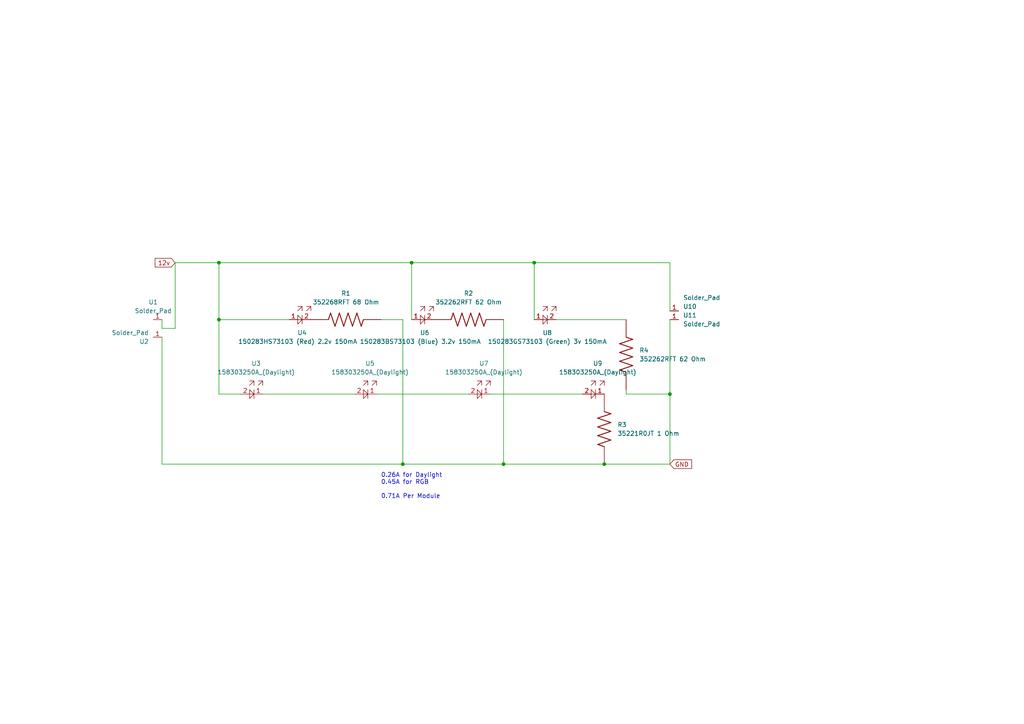
<source format=kicad_sch>
(kicad_sch (version 20211123) (generator eeschema)
  (paper "A4")
  (lib_symbols
    (symbol "35221R0JT:35221R0JT" (pin_numbers hide) (pin_names (offset 1.016) hide)
      (property "Reference" "R" (at -7.62 2.54 0))
      (property "Value" "35221R0JT" (at -7.62 -5.08 0))
      (symbol "35221R0JT_0_0"
        (polyline (pts (xy -5.08 0) (xy -4.445 1.905)) (stroke (width 0.254)))
        (polyline (pts (xy -4.445 1.905) (xy -3.175 -1.905)) (stroke (width 0.254)))
        (polyline (pts (xy -3.175 -1.905) (xy -1.905 1.905)) (stroke (width 0.254)))
        (polyline (pts (xy -1.905 1.905) (xy -0.635 -1.905)) (stroke (width 0.254)))
        (polyline (pts (xy -0.635 -1.905) (xy 0.635 1.905)) (stroke (width 0.254)))
        (polyline (pts (xy 0.635 1.905) (xy 1.905 -1.905)) (stroke (width 0.254)))
        (polyline (pts (xy 1.905 -1.905) (xy 3.175 1.905)) (stroke (width 0.254)))
        (polyline (pts (xy 3.175 1.905) (xy 4.445 -1.905)) (stroke (width 0.254)))
        (polyline (pts (xy 4.445 -1.905) (xy 5.08 0)) (stroke (width 0.254)))
        (pin passive line (at -10.16 0 0) (length 5.08) (name "~") (number "1"))
        (pin passive line (at 10.16 0 180) (length 5.08) (name "~") (number "2"))
      )
    )
    (symbol "352262RFT:352262RFT" (pin_numbers hide) (pin_names (offset 1.016) hide)
      (property "Reference" "R" (at -7.62 2.54 0))
      (property "Value" "352262RFT" (at -7.62 -5.08 0))
      (symbol "352262RFT_0_0"
        (polyline (pts (xy -5.08 0) (xy -4.445 1.905)) (stroke (width 0.254)))
        (polyline (pts (xy -4.445 1.905) (xy -3.175 -1.905)) (stroke (width 0.254)))
        (polyline (pts (xy -3.175 -1.905) (xy -1.905 1.905)) (stroke (width 0.254)))
        (polyline (pts (xy -1.905 1.905) (xy -0.635 -1.905)) (stroke (width 0.254)))
        (polyline (pts (xy -0.635 -1.905) (xy 0.635 1.905)) (stroke (width 0.254)))
        (polyline (pts (xy 0.635 1.905) (xy 1.905 -1.905)) (stroke (width 0.254)))
        (polyline (pts (xy 1.905 -1.905) (xy 3.175 1.905)) (stroke (width 0.254)))
        (polyline (pts (xy 3.175 1.905) (xy 4.445 -1.905)) (stroke (width 0.254)))
        (polyline (pts (xy 4.445 -1.905) (xy 5.08 0)) (stroke (width 0.254)))
        (pin passive line (at -10.16 0 0) (length 5.08) (name "~") (number "1"))
        (pin passive line (at 10.16 0 180) (length 5.08) (name "~") (number "2"))
      )
    )
    (symbol "352268RFT:352268RFT" (pin_numbers hide) (pin_names (offset 1.016) hide)
      (property "Reference" "R" (at -7.62 2.54 0))
      (property "Value" "352268RFT" (at -7.62 -5.08 0))
      (symbol "352268RFT_0_0"
        (polyline (pts (xy -5.08 0) (xy -4.445 1.905)) (stroke (width 0.254)))
        (polyline (pts (xy -4.445 1.905) (xy -3.175 -1.905)) (stroke (width 0.254)))
        (polyline (pts (xy -3.175 -1.905) (xy -1.905 1.905)) (stroke (width 0.254)))
        (polyline (pts (xy -1.905 1.905) (xy -0.635 -1.905)) (stroke (width 0.254)))
        (polyline (pts (xy -0.635 -1.905) (xy 0.635 1.905)) (stroke (width 0.254)))
        (polyline (pts (xy 0.635 1.905) (xy 1.905 -1.905)) (stroke (width 0.254)))
        (polyline (pts (xy 1.905 -1.905) (xy 3.175 1.905)) (stroke (width 0.254)))
        (polyline (pts (xy 3.175 1.905) (xy 4.445 -1.905)) (stroke (width 0.254)))
        (polyline (pts (xy 4.445 -1.905) (xy 5.08 0)) (stroke (width 0.254)))
        (pin passive line (at -10.16 0 0) (length 5.08) (name "~") (number "1"))
        (pin passive line (at 10.16 0 180) (length 5.08) (name "~") (number "2"))
      )
    )
    (symbol "Hydro_Library:150283BS73103(Blue)"
      (property "Reference" "U" (at -1.27 3.81 0))
      (property "Value" "150283BS73103(Blue)" (at 0 1.27 0))
      (symbol "150283BS73103(Blue)_0_1"
        (polyline (pts (xy -2.54 -5.08) (xy -2.54 -2.54)))
        (polyline (pts (xy -1.27 -3.81) (xy -2.54 -5.08)))
        (polyline (pts (xy -1.27 -2.54) (xy -1.27 -5.08)))
        (polyline (pts (xy -1.27 0) (xy -2.54 0)))
        (polyline (pts (xy 1.27 0) (xy 1.27 -1.27)))
        (polyline (pts (xy -2.54 -3.81) (xy -1.27 -3.81) (xy -2.54 -2.54)))
        (polyline (pts (xy -2.54 -1.27) (xy -1.27 0) (xy -1.27 -1.27)))
        (polyline (pts (xy 0 -1.27) (xy 1.27 0) (xy 0 0) (xy 1.27 0)))
      )
      (symbol "150283BS73103(Blue)_1_1"
        (pin input line (at -5.08 -3.81 0) (length 2.54) (name "") (number "1"))
        (pin output line (at 1.27 -3.81 180) (length 2.54) (name "") (number "2"))
      )
    )
    (symbol "Hydro_Library:150283GS73103 (Green) 3.5v 150mA"
      (property "Reference" "U" (at -1.27 -7.62 0))
      (property "Value" "150283GS73103 (Green) 3.5v 150mA" (at -1.27 -10.16 0))
      (symbol "150283GS73103 (Green) 3.5v 150mA_0_1"
        (polyline (pts (xy -2.54 -5.08) (xy -2.54 -2.54)))
        (polyline (pts (xy -1.27 -3.81) (xy -2.54 -5.08)))
        (polyline (pts (xy -1.27 -2.54) (xy -1.27 -5.08)))
        (polyline (pts (xy -1.27 0) (xy -2.54 0)))
        (polyline (pts (xy 1.27 0) (xy 1.27 -1.27)))
        (polyline (pts (xy -2.54 -3.81) (xy -1.27 -3.81) (xy -2.54 -2.54)))
        (polyline (pts (xy -2.54 -1.27) (xy -1.27 0) (xy -1.27 -1.27)))
        (polyline (pts (xy 0 -1.27) (xy 1.27 0) (xy 0 0) (xy 1.27 0)))
      )
      (symbol "150283GS73103 (Green) 3.5v 150mA_1_1"
        (pin input line (at -5.08 -3.81 0) (length 2.54) (name "") (number "1"))
        (pin output line (at 1.27 -3.81 180) (length 2.54) (name "") (number "2"))
      )
    )
    (symbol "Hydro_Library:150283HS73103(Red)"
      (property "Reference" "U" (at -1.27 3.81 0))
      (property "Value" "150283HS73103(Red)" (at 0 1.27 0))
      (symbol "150283HS73103(Red)_0_1"
        (polyline (pts (xy -2.54 -5.08) (xy -2.54 -2.54)))
        (polyline (pts (xy -1.27 -3.81) (xy -2.54 -5.08)))
        (polyline (pts (xy -1.27 -2.54) (xy -1.27 -5.08)))
        (polyline (pts (xy -1.27 0) (xy -2.54 0)))
        (polyline (pts (xy 1.27 0) (xy 1.27 -1.27)))
        (polyline (pts (xy -2.54 -3.81) (xy -1.27 -3.81) (xy -2.54 -2.54)))
        (polyline (pts (xy -2.54 -1.27) (xy -1.27 0) (xy -1.27 -1.27)))
        (polyline (pts (xy 0 -1.27) (xy 1.27 0) (xy 0 0) (xy 1.27 0)))
      )
      (symbol "150283HS73103(Red)_1_1"
        (pin input line (at -5.08 -3.81 0) (length 2.54) (name "") (number "1"))
        (pin output line (at 1.27 -3.81 180) (length 2.54) (name "") (number "2"))
      )
    )
    (symbol "Hydro_Library:158303250A_(Daylight)"
      (property "Reference" "U" (at 0 2.54 0))
      (property "Value" "158303250A_(Daylight)" (at 1.27 0 0))
      (symbol "158303250A_(Daylight)_0_1"
        (polyline (pts (xy -1.27 -3.81) (xy -1.27 -6.35)))
        (polyline (pts (xy 0 -3.81) (xy 0 -6.35)))
        (polyline (pts (xy -1.27 -5.08) (xy 0 -5.08) (xy -1.27 -3.81) (xy 0 -5.08) (xy -1.27 -6.35)))
        (polyline (pts (xy -1.27 -2.54) (xy 0 -1.27) (xy 0 -2.54) (xy 0 -1.27) (xy -1.27 -1.27)))
        (polyline (pts (xy 1.27 -2.54) (xy 2.54 -1.27) (xy 1.27 -1.27) (xy 2.54 -1.27) (xy 2.54 -2.54)))
      )
      (symbol "158303250A_(Daylight)_1_1"
        (pin output line (at 2.54 -5.08 180) (length 2.54) (name "") (number "1"))
        (pin input line (at -3.81 -5.08 0) (length 2.54) (name "") (number "2"))
      )
    )
    (symbol "Hydro_Library:Solder_Pad"
      (property "Reference" "U" (at 0 2.54 0))
      (property "Value" "Solder_Pad" (at 0 1.27 0))
      (symbol "Solder_Pad_1_1"
        (pin input line (at 0 -1.27 0) (length 2.54) (name "") (number "1"))
      )
    )
  )
  (junction (at 154.94 76.2))
  (junction (at 175.26 134.62))
  (junction (at 63.5 92.71))
  (junction (at 63.5 76.2))
  (junction (at 119.38 76.2))
  (junction (at 146.05 134.62))
  (junction (at 194.31 114.3))
  (junction (at 116.84 134.62))
  (wire (pts (xy 50.8 76.2) (xy 50.8 95.25)))
  (wire (pts (xy 194.31 92.71) (xy 194.31 114.3)))
  (wire (pts (xy 116.84 134.62) (xy 146.05 134.62)))
  (wire (pts (xy 154.94 76.2) (xy 154.94 92.71)))
  (wire (pts (xy 175.26 134.62) (xy 194.31 134.62)))
  (wire (pts (xy 50.8 95.25) (xy 46.99 95.25)))
  (wire (pts (xy 69.85 114.3) (xy 63.5 114.3)))
  (wire (pts (xy 181.61 114.3) (xy 194.31 114.3)))
  (wire (pts (xy 63.5 76.2) (xy 119.38 76.2)))
  (wire (pts (xy 63.5 114.3) (xy 63.5 92.71)))
  (wire (pts (xy 119.38 76.2) (xy 154.94 76.2)))
  (wire (pts (xy 154.94 76.2) (xy 194.31 76.2)))
  (wire (pts (xy 181.61 113.03) (xy 181.61 114.3)))
  (wire (pts (xy 142.24 114.3) (xy 168.91 114.3)))
  (wire (pts (xy 119.38 76.2) (xy 119.38 92.71)))
  (wire (pts (xy 46.99 92.71) (xy 46.99 95.25)))
  (wire (pts (xy 109.22 114.3) (xy 135.89 114.3)))
  (wire (pts (xy 63.5 92.71) (xy 83.82 92.71)))
  (wire (pts (xy 161.29 92.71) (xy 181.61 92.71)))
  (wire (pts (xy 146.05 92.71) (xy 146.05 134.62)))
  (wire (pts (xy 46.99 97.79) (xy 46.99 134.62)))
  (wire (pts (xy 194.31 76.2) (xy 194.31 90.17)))
  (wire (pts (xy 146.05 134.62) (xy 175.26 134.62)))
  (wire (pts (xy 46.99 134.62) (xy 116.84 134.62)))
  (wire (pts (xy 63.5 92.71) (xy 63.5 76.2)))
  (wire (pts (xy 76.2 114.3) (xy 102.87 114.3)))
  (wire (pts (xy 110.49 92.71) (xy 116.84 92.71)))
  (wire (pts (xy 50.8 76.2) (xy 63.5 76.2)))
  (wire (pts (xy 194.31 114.3) (xy 194.31 134.62)))
  (wire (pts (xy 116.84 92.71) (xy 116.84 134.62)))
  (text "0.26A for Daylight\n0.45A for RGB\n\n0.71A Per Module" (at 110.49 144.78 0) (effects (font (size 1.27 1.27)) (justify left bottom)))
  (global_label "12v" (shape input) (at 50.8 76.2 180) (property "Intersheet References" "${INTERSHEET_REFS}" (effects hide)))
  (global_label "GND" (shape input) (at 194.31 134.62 0) (property "Intersheet References" "${INTERSHEET_REFS}" (effects hide)))
  (symbol (lib_id "352268RFT:352268RFT") (at 100.33 92.71 0) (unit 1)
    (property "Reference" "R1" (at 100.33 85.09 0))
    (property "Value" "352268RFT 68 Ohm" (at 100.33 87.63 0))
    (property "Footprint" "SnapEDA Library:RESC6332X120N" (effects hide))
  )
  (symbol (lib_id "35221R0JT:35221R0JT") (at 175.26 124.46 90) (unit 1)
    (property "Reference" "R3" (at 179.07 123.1899 90) (effects (justify right)))
    (property "Value" "35221R0JT 1 Ohm" (at 179.07 125.7299 90) (effects (justify right)))
    (property "Footprint" "SnapEDA Library:RESC6332X120N" (effects hide))
  )
  (symbol (lib_id "Hydro_Library:150283GS73103 (Green) 3.5v 150mA") (at 160.02 88.9 0) (unit 1)
    (property "Reference" "U8" (at 158.75 96.52 0))
    (property "Value" "150283GS73103 (Green) 3v 150mA" (at 158.75 99.06 0))
    (property "Footprint" "Hydro:150283BS73103(Green)" (effects hide))
  )
  (symbol (lib_id "352262RFT:352262RFT") (at 181.61 102.87 270) (unit 1)
    (property "Reference" "R4" (at 185.42 101.5999 90) (effects (justify left)))
    (property "Value" "352262RFT 62 Ohm" (at 185.42 104.1399 90) (effects (justify left)))
    (property "Footprint" "SnapEDA Library:RESC6332X120N" (effects hide))
  )
  (symbol (lib_id "Hydro_Library:Solder_Pad") (at 194.31 91.44 0) (unit 1)
    (property "Reference" "U11" (at 198.12 91.4399 0) (effects (justify left)))
    (property "Value" "Solder_Pad" (at 198.12 93.9799 0) (effects (justify left)))
    (property "Footprint" "Hydro:Solder Pad" (effects hide))
  )
  (symbol (lib_id "Hydro_Library:Solder_Pad") (at 194.31 88.9 0) (unit 1)
    (property "Reference" "U10" (at 198.12 88.8999 0) (effects (justify left)))
    (property "Value" "Solder_Pad" (at 198.12 86.36 0) (effects (justify left)))
    (property "Footprint" "Hydro:Solder Pad" (effects hide))
  )
  (symbol (lib_id "Hydro_Library:158303250A_(Daylight)") (at 139.7 109.22 0) (unit 1)
    (property "Reference" "U7" (at 140.335 105.41 0))
    (property "Value" "158303250A_(Daylight)" (at 140.335 107.95 0))
    (property "Footprint" "Hydro:158303250A(Daylight)" (effects hide))
  )
  (symbol (lib_id "352262RFT:352262RFT") (at 135.89 92.71 0) (unit 1)
    (property "Reference" "R2" (at 135.89 85.09 0))
    (property "Value" "352262RFT 62 Ohm" (at 135.89 87.63 0))
    (property "Footprint" "SnapEDA Library:RESC6332X120N" (effects hide))
  )
  (symbol (lib_id "Hydro_Library:158303250A_(Daylight)") (at 73.66 109.22 0) (unit 1)
    (property "Reference" "U3" (at 74.295 105.41 0))
    (property "Value" "158303250A_(Daylight)" (at 74.295 107.95 0))
    (property "Footprint" "Hydro:158303250A(Daylight)" (effects hide))
  )
  (symbol (lib_id "Hydro_Library:Solder_Pad") (at 46.99 93.98 180) (unit 1)
    (property "Reference" "U1" (at 44.45 87.63 0))
    (property "Value" "Solder_Pad" (at 44.45 90.17 0))
    (property "Footprint" "Hydro:Solder Pad" (effects hide))
  )
  (symbol (lib_id "Hydro_Library:150283BS73103(Blue)") (at 124.46 88.9 0) (unit 1)
    (property "Reference" "U6" (at 123.19 96.52 0))
    (property "Value" "150283BS73103 (Blue) 3.2v 150mA" (at 121.92 99.06 0))
    (property "Footprint" "Hydro:150283BS73103(Blue)" (effects hide))
  )
  (symbol (lib_id "Hydro_Library:158303250A_(Daylight)") (at 172.72 109.22 0) (unit 1)
    (property "Reference" "U9" (at 173.355 105.41 0))
    (property "Value" "158303250A_(Daylight)" (at 173.355 107.95 0))
    (property "Footprint" "Hydro:158303250A(Daylight)" (effects hide))
  )
  (symbol (lib_id "Hydro_Library:150283HS73103(Red)") (at 88.9 88.9 0) (unit 1)
    (property "Reference" "U4" (at 87.63 96.52 0))
    (property "Value" "150283HS73103 (Red) 2.2v 150mA" (at 86.36 99.06 0))
    (property "Footprint" "Hydro:150283HS73103(Red)" (effects hide))
  )
  (symbol (lib_id "Hydro_Library:Solder_Pad") (at 46.99 99.06 180) (unit 1)
    (property "Reference" "U2" (at 43.18 99.0601 0) (effects (justify left)))
    (property "Value" "Solder_Pad" (at 43.18 96.5201 0) (effects (justify left)))
    (property "Footprint" "Hydro:Solder Pad" (effects hide))
  )
  (symbol (lib_id "Hydro_Library:158303250A_(Daylight)") (at 106.68 109.22 0) (unit 1)
    (property "Reference" "U5" (at 107.315 105.41 0))
    (property "Value" "158303250A_(Daylight)" (at 107.315 107.95 0))
    (property "Footprint" "Hydro:158303250A(Daylight)" (effects hide))
  )
)
</source>
